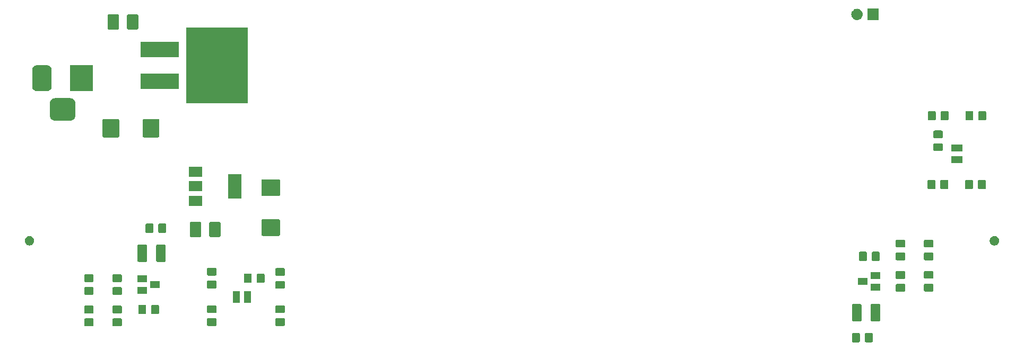
<source format=gbr>
G04 #@! TF.GenerationSoftware,KiCad,Pcbnew,(5.1.4)-1*
G04 #@! TF.CreationDate,2020-04-08T10:51:14+02:00*
G04 #@! TF.ProjectId,PCB_Theremin,5043425f-5468-4657-9265-6d696e2e6b69,rev?*
G04 #@! TF.SameCoordinates,Original*
G04 #@! TF.FileFunction,Soldermask,Top*
G04 #@! TF.FilePolarity,Negative*
%FSLAX46Y46*%
G04 Gerber Fmt 4.6, Leading zero omitted, Abs format (unit mm)*
G04 Created by KiCad (PCBNEW (5.1.4)-1) date 2020-04-08 10:51:14*
%MOMM*%
%LPD*%
G04 APERTURE LIST*
%ADD10C,0.100000*%
G04 APERTURE END LIST*
D10*
G36*
X190413674Y-114753465D02*
G01*
X190451367Y-114764899D01*
X190486103Y-114783466D01*
X190516548Y-114808452D01*
X190541534Y-114838897D01*
X190560101Y-114873633D01*
X190571535Y-114911326D01*
X190576000Y-114956661D01*
X190576000Y-116043339D01*
X190571535Y-116088674D01*
X190560101Y-116126367D01*
X190541534Y-116161103D01*
X190516548Y-116191548D01*
X190486103Y-116216534D01*
X190451367Y-116235101D01*
X190413674Y-116246535D01*
X190368339Y-116251000D01*
X189531661Y-116251000D01*
X189486326Y-116246535D01*
X189448633Y-116235101D01*
X189413897Y-116216534D01*
X189383452Y-116191548D01*
X189358466Y-116161103D01*
X189339899Y-116126367D01*
X189328465Y-116088674D01*
X189324000Y-116043339D01*
X189324000Y-114956661D01*
X189328465Y-114911326D01*
X189339899Y-114873633D01*
X189358466Y-114838897D01*
X189383452Y-114808452D01*
X189413897Y-114783466D01*
X189448633Y-114764899D01*
X189486326Y-114753465D01*
X189531661Y-114749000D01*
X190368339Y-114749000D01*
X190413674Y-114753465D01*
X190413674Y-114753465D01*
G37*
G36*
X188363674Y-114753465D02*
G01*
X188401367Y-114764899D01*
X188436103Y-114783466D01*
X188466548Y-114808452D01*
X188491534Y-114838897D01*
X188510101Y-114873633D01*
X188521535Y-114911326D01*
X188526000Y-114956661D01*
X188526000Y-116043339D01*
X188521535Y-116088674D01*
X188510101Y-116126367D01*
X188491534Y-116161103D01*
X188466548Y-116191548D01*
X188436103Y-116216534D01*
X188401367Y-116235101D01*
X188363674Y-116246535D01*
X188318339Y-116251000D01*
X187481661Y-116251000D01*
X187436326Y-116246535D01*
X187398633Y-116235101D01*
X187363897Y-116216534D01*
X187333452Y-116191548D01*
X187308466Y-116161103D01*
X187289899Y-116126367D01*
X187278465Y-116088674D01*
X187274000Y-116043339D01*
X187274000Y-114956661D01*
X187278465Y-114911326D01*
X187289899Y-114873633D01*
X187308466Y-114838897D01*
X187333452Y-114808452D01*
X187363897Y-114783466D01*
X187398633Y-114764899D01*
X187436326Y-114753465D01*
X187481661Y-114749000D01*
X188318339Y-114749000D01*
X188363674Y-114753465D01*
X188363674Y-114753465D01*
G37*
G36*
X66088674Y-112428465D02*
G01*
X66126367Y-112439899D01*
X66161103Y-112458466D01*
X66191548Y-112483452D01*
X66216534Y-112513897D01*
X66235101Y-112548633D01*
X66246535Y-112586326D01*
X66251000Y-112631661D01*
X66251000Y-113468339D01*
X66246535Y-113513674D01*
X66235101Y-113551367D01*
X66216534Y-113586103D01*
X66191548Y-113616548D01*
X66161103Y-113641534D01*
X66126367Y-113660101D01*
X66088674Y-113671535D01*
X66043339Y-113676000D01*
X64956661Y-113676000D01*
X64911326Y-113671535D01*
X64873633Y-113660101D01*
X64838897Y-113641534D01*
X64808452Y-113616548D01*
X64783466Y-113586103D01*
X64764899Y-113551367D01*
X64753465Y-113513674D01*
X64749000Y-113468339D01*
X64749000Y-112631661D01*
X64753465Y-112586326D01*
X64764899Y-112548633D01*
X64783466Y-112513897D01*
X64808452Y-112483452D01*
X64838897Y-112458466D01*
X64873633Y-112439899D01*
X64911326Y-112428465D01*
X64956661Y-112424000D01*
X66043339Y-112424000D01*
X66088674Y-112428465D01*
X66088674Y-112428465D01*
G37*
G36*
X70588674Y-112428465D02*
G01*
X70626367Y-112439899D01*
X70661103Y-112458466D01*
X70691548Y-112483452D01*
X70716534Y-112513897D01*
X70735101Y-112548633D01*
X70746535Y-112586326D01*
X70751000Y-112631661D01*
X70751000Y-113468339D01*
X70746535Y-113513674D01*
X70735101Y-113551367D01*
X70716534Y-113586103D01*
X70691548Y-113616548D01*
X70661103Y-113641534D01*
X70626367Y-113660101D01*
X70588674Y-113671535D01*
X70543339Y-113676000D01*
X69456661Y-113676000D01*
X69411326Y-113671535D01*
X69373633Y-113660101D01*
X69338897Y-113641534D01*
X69308452Y-113616548D01*
X69283466Y-113586103D01*
X69264899Y-113551367D01*
X69253465Y-113513674D01*
X69249000Y-113468339D01*
X69249000Y-112631661D01*
X69253465Y-112586326D01*
X69264899Y-112548633D01*
X69283466Y-112513897D01*
X69308452Y-112483452D01*
X69338897Y-112458466D01*
X69373633Y-112439899D01*
X69411326Y-112428465D01*
X69456661Y-112424000D01*
X70543339Y-112424000D01*
X70588674Y-112428465D01*
X70588674Y-112428465D01*
G37*
G36*
X85689148Y-112378454D02*
G01*
X85726728Y-112389854D01*
X85761364Y-112408367D01*
X85791720Y-112433280D01*
X85816633Y-112463636D01*
X85835146Y-112498272D01*
X85846546Y-112535852D01*
X85851000Y-112581075D01*
X85851000Y-113418925D01*
X85846546Y-113464148D01*
X85835146Y-113501728D01*
X85816633Y-113536364D01*
X85791720Y-113566720D01*
X85761364Y-113591633D01*
X85726728Y-113610146D01*
X85689148Y-113621546D01*
X85643925Y-113626000D01*
X84556075Y-113626000D01*
X84510852Y-113621546D01*
X84473272Y-113610146D01*
X84438636Y-113591633D01*
X84408280Y-113566720D01*
X84383367Y-113536364D01*
X84364854Y-113501728D01*
X84353454Y-113464148D01*
X84349000Y-113418925D01*
X84349000Y-112581075D01*
X84353454Y-112535852D01*
X84364854Y-112498272D01*
X84383367Y-112463636D01*
X84408280Y-112433280D01*
X84438636Y-112408367D01*
X84473272Y-112389854D01*
X84510852Y-112378454D01*
X84556075Y-112374000D01*
X85643925Y-112374000D01*
X85689148Y-112378454D01*
X85689148Y-112378454D01*
G37*
G36*
X96588674Y-112378465D02*
G01*
X96626367Y-112389899D01*
X96661103Y-112408466D01*
X96691548Y-112433452D01*
X96716534Y-112463897D01*
X96735101Y-112498633D01*
X96746535Y-112536326D01*
X96751000Y-112581661D01*
X96751000Y-113418339D01*
X96746535Y-113463674D01*
X96735101Y-113501367D01*
X96716534Y-113536103D01*
X96691548Y-113566548D01*
X96661103Y-113591534D01*
X96626367Y-113610101D01*
X96588674Y-113621535D01*
X96543339Y-113626000D01*
X95456661Y-113626000D01*
X95411326Y-113621535D01*
X95373633Y-113610101D01*
X95338897Y-113591534D01*
X95308452Y-113566548D01*
X95283466Y-113536103D01*
X95264899Y-113501367D01*
X95253465Y-113463674D01*
X95249000Y-113418339D01*
X95249000Y-112581661D01*
X95253465Y-112536326D01*
X95264899Y-112498633D01*
X95283466Y-112463897D01*
X95308452Y-112433452D01*
X95338897Y-112408466D01*
X95373633Y-112389899D01*
X95411326Y-112378465D01*
X95456661Y-112374000D01*
X96543339Y-112374000D01*
X96588674Y-112378465D01*
X96588674Y-112378465D01*
G37*
G36*
X188638062Y-110128181D02*
G01*
X188672981Y-110138774D01*
X188705163Y-110155976D01*
X188733373Y-110179127D01*
X188756524Y-110207337D01*
X188773726Y-110239519D01*
X188784319Y-110274438D01*
X188788500Y-110316895D01*
X188788500Y-112683105D01*
X188784319Y-112725562D01*
X188773726Y-112760481D01*
X188756524Y-112792663D01*
X188733373Y-112820873D01*
X188705163Y-112844024D01*
X188672981Y-112861226D01*
X188638062Y-112871819D01*
X188595605Y-112876000D01*
X187454395Y-112876000D01*
X187411938Y-112871819D01*
X187377019Y-112861226D01*
X187344837Y-112844024D01*
X187316627Y-112820873D01*
X187293476Y-112792663D01*
X187276274Y-112760481D01*
X187265681Y-112725562D01*
X187261500Y-112683105D01*
X187261500Y-110316895D01*
X187265681Y-110274438D01*
X187276274Y-110239519D01*
X187293476Y-110207337D01*
X187316627Y-110179127D01*
X187344837Y-110155976D01*
X187377019Y-110138774D01*
X187411938Y-110128181D01*
X187454395Y-110124000D01*
X188595605Y-110124000D01*
X188638062Y-110128181D01*
X188638062Y-110128181D01*
G37*
G36*
X191613062Y-110128181D02*
G01*
X191647981Y-110138774D01*
X191680163Y-110155976D01*
X191708373Y-110179127D01*
X191731524Y-110207337D01*
X191748726Y-110239519D01*
X191759319Y-110274438D01*
X191763500Y-110316895D01*
X191763500Y-112683105D01*
X191759319Y-112725562D01*
X191748726Y-112760481D01*
X191731524Y-112792663D01*
X191708373Y-112820873D01*
X191680163Y-112844024D01*
X191647981Y-112861226D01*
X191613062Y-112871819D01*
X191570605Y-112876000D01*
X190429395Y-112876000D01*
X190386938Y-112871819D01*
X190352019Y-112861226D01*
X190319837Y-112844024D01*
X190291627Y-112820873D01*
X190268476Y-112792663D01*
X190251274Y-112760481D01*
X190240681Y-112725562D01*
X190236500Y-112683105D01*
X190236500Y-110316895D01*
X190240681Y-110274438D01*
X190251274Y-110239519D01*
X190268476Y-110207337D01*
X190291627Y-110179127D01*
X190319837Y-110155976D01*
X190352019Y-110138774D01*
X190386938Y-110128181D01*
X190429395Y-110124000D01*
X191570605Y-110124000D01*
X191613062Y-110128181D01*
X191613062Y-110128181D01*
G37*
G36*
X76513674Y-110253465D02*
G01*
X76551367Y-110264899D01*
X76586103Y-110283466D01*
X76616548Y-110308452D01*
X76641534Y-110338897D01*
X76660101Y-110373633D01*
X76671535Y-110411326D01*
X76676000Y-110456661D01*
X76676000Y-111543339D01*
X76671535Y-111588674D01*
X76660101Y-111626367D01*
X76641534Y-111661103D01*
X76616548Y-111691548D01*
X76586103Y-111716534D01*
X76551367Y-111735101D01*
X76513674Y-111746535D01*
X76468339Y-111751000D01*
X75631661Y-111751000D01*
X75586326Y-111746535D01*
X75548633Y-111735101D01*
X75513897Y-111716534D01*
X75483452Y-111691548D01*
X75458466Y-111661103D01*
X75439899Y-111626367D01*
X75428465Y-111588674D01*
X75424000Y-111543339D01*
X75424000Y-110456661D01*
X75428465Y-110411326D01*
X75439899Y-110373633D01*
X75458466Y-110338897D01*
X75483452Y-110308452D01*
X75513897Y-110283466D01*
X75548633Y-110264899D01*
X75586326Y-110253465D01*
X75631661Y-110249000D01*
X76468339Y-110249000D01*
X76513674Y-110253465D01*
X76513674Y-110253465D01*
G37*
G36*
X74463674Y-110253465D02*
G01*
X74501367Y-110264899D01*
X74536103Y-110283466D01*
X74566548Y-110308452D01*
X74591534Y-110338897D01*
X74610101Y-110373633D01*
X74621535Y-110411326D01*
X74626000Y-110456661D01*
X74626000Y-111543339D01*
X74621535Y-111588674D01*
X74610101Y-111626367D01*
X74591534Y-111661103D01*
X74566548Y-111691548D01*
X74536103Y-111716534D01*
X74501367Y-111735101D01*
X74463674Y-111746535D01*
X74418339Y-111751000D01*
X73581661Y-111751000D01*
X73536326Y-111746535D01*
X73498633Y-111735101D01*
X73463897Y-111716534D01*
X73433452Y-111691548D01*
X73408466Y-111661103D01*
X73389899Y-111626367D01*
X73378465Y-111588674D01*
X73374000Y-111543339D01*
X73374000Y-110456661D01*
X73378465Y-110411326D01*
X73389899Y-110373633D01*
X73408466Y-110338897D01*
X73433452Y-110308452D01*
X73463897Y-110283466D01*
X73498633Y-110264899D01*
X73536326Y-110253465D01*
X73581661Y-110249000D01*
X74418339Y-110249000D01*
X74463674Y-110253465D01*
X74463674Y-110253465D01*
G37*
G36*
X66088674Y-110378465D02*
G01*
X66126367Y-110389899D01*
X66161103Y-110408466D01*
X66191548Y-110433452D01*
X66216534Y-110463897D01*
X66235101Y-110498633D01*
X66246535Y-110536326D01*
X66251000Y-110581661D01*
X66251000Y-111418339D01*
X66246535Y-111463674D01*
X66235101Y-111501367D01*
X66216534Y-111536103D01*
X66191548Y-111566548D01*
X66161103Y-111591534D01*
X66126367Y-111610101D01*
X66088674Y-111621535D01*
X66043339Y-111626000D01*
X64956661Y-111626000D01*
X64911326Y-111621535D01*
X64873633Y-111610101D01*
X64838897Y-111591534D01*
X64808452Y-111566548D01*
X64783466Y-111536103D01*
X64764899Y-111501367D01*
X64753465Y-111463674D01*
X64749000Y-111418339D01*
X64749000Y-110581661D01*
X64753465Y-110536326D01*
X64764899Y-110498633D01*
X64783466Y-110463897D01*
X64808452Y-110433452D01*
X64838897Y-110408466D01*
X64873633Y-110389899D01*
X64911326Y-110378465D01*
X64956661Y-110374000D01*
X66043339Y-110374000D01*
X66088674Y-110378465D01*
X66088674Y-110378465D01*
G37*
G36*
X70588674Y-110378465D02*
G01*
X70626367Y-110389899D01*
X70661103Y-110408466D01*
X70691548Y-110433452D01*
X70716534Y-110463897D01*
X70735101Y-110498633D01*
X70746535Y-110536326D01*
X70751000Y-110581661D01*
X70751000Y-111418339D01*
X70746535Y-111463674D01*
X70735101Y-111501367D01*
X70716534Y-111536103D01*
X70691548Y-111566548D01*
X70661103Y-111591534D01*
X70626367Y-111610101D01*
X70588674Y-111621535D01*
X70543339Y-111626000D01*
X69456661Y-111626000D01*
X69411326Y-111621535D01*
X69373633Y-111610101D01*
X69338897Y-111591534D01*
X69308452Y-111566548D01*
X69283466Y-111536103D01*
X69264899Y-111501367D01*
X69253465Y-111463674D01*
X69249000Y-111418339D01*
X69249000Y-110581661D01*
X69253465Y-110536326D01*
X69264899Y-110498633D01*
X69283466Y-110463897D01*
X69308452Y-110433452D01*
X69338897Y-110408466D01*
X69373633Y-110389899D01*
X69411326Y-110378465D01*
X69456661Y-110374000D01*
X70543339Y-110374000D01*
X70588674Y-110378465D01*
X70588674Y-110378465D01*
G37*
G36*
X85688674Y-110328465D02*
G01*
X85726367Y-110339899D01*
X85761103Y-110358466D01*
X85791548Y-110383452D01*
X85816534Y-110413897D01*
X85835101Y-110448633D01*
X85846535Y-110486326D01*
X85851000Y-110531661D01*
X85851000Y-111368339D01*
X85846535Y-111413674D01*
X85835101Y-111451367D01*
X85816534Y-111486103D01*
X85791548Y-111516548D01*
X85761103Y-111541534D01*
X85726367Y-111560101D01*
X85688674Y-111571535D01*
X85643339Y-111576000D01*
X84556661Y-111576000D01*
X84511326Y-111571535D01*
X84473633Y-111560101D01*
X84438897Y-111541534D01*
X84408452Y-111516548D01*
X84383466Y-111486103D01*
X84364899Y-111451367D01*
X84353465Y-111413674D01*
X84349000Y-111368339D01*
X84349000Y-110531661D01*
X84353465Y-110486326D01*
X84364899Y-110448633D01*
X84383466Y-110413897D01*
X84408452Y-110383452D01*
X84438897Y-110358466D01*
X84473633Y-110339899D01*
X84511326Y-110328465D01*
X84556661Y-110324000D01*
X85643339Y-110324000D01*
X85688674Y-110328465D01*
X85688674Y-110328465D01*
G37*
G36*
X96588674Y-110328465D02*
G01*
X96626367Y-110339899D01*
X96661103Y-110358466D01*
X96691548Y-110383452D01*
X96716534Y-110413897D01*
X96735101Y-110448633D01*
X96746535Y-110486326D01*
X96751000Y-110531661D01*
X96751000Y-111368339D01*
X96746535Y-111413674D01*
X96735101Y-111451367D01*
X96716534Y-111486103D01*
X96691548Y-111516548D01*
X96661103Y-111541534D01*
X96626367Y-111560101D01*
X96588674Y-111571535D01*
X96543339Y-111576000D01*
X95456661Y-111576000D01*
X95411326Y-111571535D01*
X95373633Y-111560101D01*
X95338897Y-111541534D01*
X95308452Y-111516548D01*
X95283466Y-111486103D01*
X95264899Y-111451367D01*
X95253465Y-111413674D01*
X95249000Y-111368339D01*
X95249000Y-110531661D01*
X95253465Y-110486326D01*
X95264899Y-110448633D01*
X95283466Y-110413897D01*
X95308452Y-110383452D01*
X95338897Y-110358466D01*
X95373633Y-110339899D01*
X95411326Y-110328465D01*
X95456661Y-110324000D01*
X96543339Y-110324000D01*
X96588674Y-110328465D01*
X96588674Y-110328465D01*
G37*
G36*
X91351000Y-109926000D02*
G01*
X90249000Y-109926000D01*
X90249000Y-108074000D01*
X91351000Y-108074000D01*
X91351000Y-109926000D01*
X91351000Y-109926000D01*
G37*
G36*
X89551000Y-109926000D02*
G01*
X88449000Y-109926000D01*
X88449000Y-108074000D01*
X89551000Y-108074000D01*
X89551000Y-109926000D01*
X89551000Y-109926000D01*
G37*
G36*
X70588674Y-107428465D02*
G01*
X70626367Y-107439899D01*
X70661103Y-107458466D01*
X70691548Y-107483452D01*
X70716534Y-107513897D01*
X70735101Y-107548633D01*
X70746535Y-107586326D01*
X70751000Y-107631661D01*
X70751000Y-108468339D01*
X70746535Y-108513674D01*
X70735101Y-108551367D01*
X70716534Y-108586103D01*
X70691548Y-108616548D01*
X70661103Y-108641534D01*
X70626367Y-108660101D01*
X70588674Y-108671535D01*
X70543339Y-108676000D01*
X69456661Y-108676000D01*
X69411326Y-108671535D01*
X69373633Y-108660101D01*
X69338897Y-108641534D01*
X69308452Y-108616548D01*
X69283466Y-108586103D01*
X69264899Y-108551367D01*
X69253465Y-108513674D01*
X69249000Y-108468339D01*
X69249000Y-107631661D01*
X69253465Y-107586326D01*
X69264899Y-107548633D01*
X69283466Y-107513897D01*
X69308452Y-107483452D01*
X69338897Y-107458466D01*
X69373633Y-107439899D01*
X69411326Y-107428465D01*
X69456661Y-107424000D01*
X70543339Y-107424000D01*
X70588674Y-107428465D01*
X70588674Y-107428465D01*
G37*
G36*
X66088674Y-107403465D02*
G01*
X66126367Y-107414899D01*
X66161103Y-107433466D01*
X66191548Y-107458452D01*
X66216534Y-107488897D01*
X66235101Y-107523633D01*
X66246535Y-107561326D01*
X66251000Y-107606661D01*
X66251000Y-108443339D01*
X66246535Y-108488674D01*
X66235101Y-108526367D01*
X66216534Y-108561103D01*
X66191548Y-108591548D01*
X66161103Y-108616534D01*
X66126367Y-108635101D01*
X66088674Y-108646535D01*
X66043339Y-108651000D01*
X64956661Y-108651000D01*
X64911326Y-108646535D01*
X64873633Y-108635101D01*
X64838897Y-108616534D01*
X64808452Y-108591548D01*
X64783466Y-108561103D01*
X64764899Y-108526367D01*
X64753465Y-108488674D01*
X64749000Y-108443339D01*
X64749000Y-107606661D01*
X64753465Y-107561326D01*
X64764899Y-107523633D01*
X64783466Y-107488897D01*
X64808452Y-107458452D01*
X64838897Y-107433466D01*
X64873633Y-107414899D01*
X64911326Y-107403465D01*
X64956661Y-107399000D01*
X66043339Y-107399000D01*
X66088674Y-107403465D01*
X66088674Y-107403465D01*
G37*
G36*
X74751000Y-108501000D02*
G01*
X73249000Y-108501000D01*
X73249000Y-107399000D01*
X74751000Y-107399000D01*
X74751000Y-108501000D01*
X74751000Y-108501000D01*
G37*
G36*
X195588674Y-106903465D02*
G01*
X195626367Y-106914899D01*
X195661103Y-106933466D01*
X195691548Y-106958452D01*
X195716534Y-106988897D01*
X195735101Y-107023633D01*
X195746535Y-107061326D01*
X195751000Y-107106661D01*
X195751000Y-107943339D01*
X195746535Y-107988674D01*
X195735101Y-108026367D01*
X195716534Y-108061103D01*
X195691548Y-108091548D01*
X195661103Y-108116534D01*
X195626367Y-108135101D01*
X195588674Y-108146535D01*
X195543339Y-108151000D01*
X194456661Y-108151000D01*
X194411326Y-108146535D01*
X194373633Y-108135101D01*
X194338897Y-108116534D01*
X194308452Y-108091548D01*
X194283466Y-108061103D01*
X194264899Y-108026367D01*
X194253465Y-107988674D01*
X194249000Y-107943339D01*
X194249000Y-107106661D01*
X194253465Y-107061326D01*
X194264899Y-107023633D01*
X194283466Y-106988897D01*
X194308452Y-106958452D01*
X194338897Y-106933466D01*
X194373633Y-106914899D01*
X194411326Y-106903465D01*
X194456661Y-106899000D01*
X195543339Y-106899000D01*
X195588674Y-106903465D01*
X195588674Y-106903465D01*
G37*
G36*
X200088674Y-106878465D02*
G01*
X200126367Y-106889899D01*
X200161103Y-106908466D01*
X200191548Y-106933452D01*
X200216534Y-106963897D01*
X200235101Y-106998633D01*
X200246535Y-107036326D01*
X200251000Y-107081661D01*
X200251000Y-107918339D01*
X200246535Y-107963674D01*
X200235101Y-108001367D01*
X200216534Y-108036103D01*
X200191548Y-108066548D01*
X200161103Y-108091534D01*
X200126367Y-108110101D01*
X200088674Y-108121535D01*
X200043339Y-108126000D01*
X198956661Y-108126000D01*
X198911326Y-108121535D01*
X198873633Y-108110101D01*
X198838897Y-108091534D01*
X198808452Y-108066548D01*
X198783466Y-108036103D01*
X198764899Y-108001367D01*
X198753465Y-107963674D01*
X198749000Y-107918339D01*
X198749000Y-107081661D01*
X198753465Y-107036326D01*
X198764899Y-106998633D01*
X198783466Y-106963897D01*
X198808452Y-106933452D01*
X198838897Y-106908466D01*
X198873633Y-106889899D01*
X198911326Y-106878465D01*
X198956661Y-106874000D01*
X200043339Y-106874000D01*
X200088674Y-106878465D01*
X200088674Y-106878465D01*
G37*
G36*
X191751000Y-108001000D02*
G01*
X190249000Y-108001000D01*
X190249000Y-106899000D01*
X191751000Y-106899000D01*
X191751000Y-108001000D01*
X191751000Y-108001000D01*
G37*
G36*
X96588674Y-106428465D02*
G01*
X96626367Y-106439899D01*
X96661103Y-106458466D01*
X96691548Y-106483452D01*
X96716534Y-106513897D01*
X96735101Y-106548633D01*
X96746535Y-106586326D01*
X96751000Y-106631661D01*
X96751000Y-107468339D01*
X96746535Y-107513674D01*
X96735101Y-107551367D01*
X96716534Y-107586103D01*
X96691548Y-107616548D01*
X96661103Y-107641534D01*
X96626367Y-107660101D01*
X96588674Y-107671535D01*
X96543339Y-107676000D01*
X95456661Y-107676000D01*
X95411326Y-107671535D01*
X95373633Y-107660101D01*
X95338897Y-107641534D01*
X95308452Y-107616548D01*
X95283466Y-107586103D01*
X95264899Y-107551367D01*
X95253465Y-107513674D01*
X95249000Y-107468339D01*
X95249000Y-106631661D01*
X95253465Y-106586326D01*
X95264899Y-106548633D01*
X95283466Y-106513897D01*
X95308452Y-106483452D01*
X95338897Y-106458466D01*
X95373633Y-106439899D01*
X95411326Y-106428465D01*
X95456661Y-106424000D01*
X96543339Y-106424000D01*
X96588674Y-106428465D01*
X96588674Y-106428465D01*
G37*
G36*
X85688674Y-106378465D02*
G01*
X85726367Y-106389899D01*
X85761103Y-106408466D01*
X85791548Y-106433452D01*
X85816534Y-106463897D01*
X85835101Y-106498633D01*
X85846535Y-106536326D01*
X85851000Y-106581661D01*
X85851000Y-107418339D01*
X85846535Y-107463674D01*
X85835101Y-107501367D01*
X85816534Y-107536103D01*
X85791548Y-107566548D01*
X85761103Y-107591534D01*
X85726367Y-107610101D01*
X85688674Y-107621535D01*
X85643339Y-107626000D01*
X84556661Y-107626000D01*
X84511326Y-107621535D01*
X84473633Y-107610101D01*
X84438897Y-107591534D01*
X84408452Y-107566548D01*
X84383466Y-107536103D01*
X84364899Y-107501367D01*
X84353465Y-107463674D01*
X84349000Y-107418339D01*
X84349000Y-106581661D01*
X84353465Y-106536326D01*
X84364899Y-106498633D01*
X84383466Y-106463897D01*
X84408452Y-106433452D01*
X84438897Y-106408466D01*
X84473633Y-106389899D01*
X84511326Y-106378465D01*
X84556661Y-106374000D01*
X85643339Y-106374000D01*
X85688674Y-106378465D01*
X85688674Y-106378465D01*
G37*
G36*
X76751000Y-107551000D02*
G01*
X75249000Y-107551000D01*
X75249000Y-106449000D01*
X76751000Y-106449000D01*
X76751000Y-107551000D01*
X76751000Y-107551000D01*
G37*
G36*
X189751000Y-107051000D02*
G01*
X188249000Y-107051000D01*
X188249000Y-105949000D01*
X189751000Y-105949000D01*
X189751000Y-107051000D01*
X189751000Y-107051000D01*
G37*
G36*
X93363674Y-105253465D02*
G01*
X93401367Y-105264899D01*
X93436103Y-105283466D01*
X93466548Y-105308452D01*
X93491534Y-105338897D01*
X93510101Y-105373633D01*
X93521535Y-105411326D01*
X93526000Y-105456661D01*
X93526000Y-106543339D01*
X93521535Y-106588674D01*
X93510101Y-106626367D01*
X93491534Y-106661103D01*
X93466548Y-106691548D01*
X93436103Y-106716534D01*
X93401367Y-106735101D01*
X93363674Y-106746535D01*
X93318339Y-106751000D01*
X92481661Y-106751000D01*
X92436326Y-106746535D01*
X92398633Y-106735101D01*
X92363897Y-106716534D01*
X92333452Y-106691548D01*
X92308466Y-106661103D01*
X92289899Y-106626367D01*
X92278465Y-106588674D01*
X92274000Y-106543339D01*
X92274000Y-105456661D01*
X92278465Y-105411326D01*
X92289899Y-105373633D01*
X92308466Y-105338897D01*
X92333452Y-105308452D01*
X92363897Y-105283466D01*
X92398633Y-105264899D01*
X92436326Y-105253465D01*
X92481661Y-105249000D01*
X93318339Y-105249000D01*
X93363674Y-105253465D01*
X93363674Y-105253465D01*
G37*
G36*
X91313674Y-105253465D02*
G01*
X91351367Y-105264899D01*
X91386103Y-105283466D01*
X91416548Y-105308452D01*
X91441534Y-105338897D01*
X91460101Y-105373633D01*
X91471535Y-105411326D01*
X91476000Y-105456661D01*
X91476000Y-106543339D01*
X91471535Y-106588674D01*
X91460101Y-106626367D01*
X91441534Y-106661103D01*
X91416548Y-106691548D01*
X91386103Y-106716534D01*
X91351367Y-106735101D01*
X91313674Y-106746535D01*
X91268339Y-106751000D01*
X90431661Y-106751000D01*
X90386326Y-106746535D01*
X90348633Y-106735101D01*
X90313897Y-106716534D01*
X90283452Y-106691548D01*
X90258466Y-106661103D01*
X90239899Y-106626367D01*
X90228465Y-106588674D01*
X90224000Y-106543339D01*
X90224000Y-105456661D01*
X90228465Y-105411326D01*
X90239899Y-105373633D01*
X90258466Y-105338897D01*
X90283452Y-105308452D01*
X90313897Y-105283466D01*
X90348633Y-105264899D01*
X90386326Y-105253465D01*
X90431661Y-105249000D01*
X91268339Y-105249000D01*
X91313674Y-105253465D01*
X91313674Y-105253465D01*
G37*
G36*
X70588674Y-105378465D02*
G01*
X70626367Y-105389899D01*
X70661103Y-105408466D01*
X70691548Y-105433452D01*
X70716534Y-105463897D01*
X70735101Y-105498633D01*
X70746535Y-105536326D01*
X70751000Y-105581661D01*
X70751000Y-106418339D01*
X70746535Y-106463674D01*
X70735101Y-106501367D01*
X70716534Y-106536103D01*
X70691548Y-106566548D01*
X70661103Y-106591534D01*
X70626367Y-106610101D01*
X70588674Y-106621535D01*
X70543339Y-106626000D01*
X69456661Y-106626000D01*
X69411326Y-106621535D01*
X69373633Y-106610101D01*
X69338897Y-106591534D01*
X69308452Y-106566548D01*
X69283466Y-106536103D01*
X69264899Y-106501367D01*
X69253465Y-106463674D01*
X69249000Y-106418339D01*
X69249000Y-105581661D01*
X69253465Y-105536326D01*
X69264899Y-105498633D01*
X69283466Y-105463897D01*
X69308452Y-105433452D01*
X69338897Y-105408466D01*
X69373633Y-105389899D01*
X69411326Y-105378465D01*
X69456661Y-105374000D01*
X70543339Y-105374000D01*
X70588674Y-105378465D01*
X70588674Y-105378465D01*
G37*
G36*
X74751000Y-106601000D02*
G01*
X73249000Y-106601000D01*
X73249000Y-105499000D01*
X74751000Y-105499000D01*
X74751000Y-106601000D01*
X74751000Y-106601000D01*
G37*
G36*
X66088674Y-105353465D02*
G01*
X66126367Y-105364899D01*
X66161103Y-105383466D01*
X66191548Y-105408452D01*
X66216534Y-105438897D01*
X66235101Y-105473633D01*
X66246535Y-105511326D01*
X66251000Y-105556661D01*
X66251000Y-106393339D01*
X66246535Y-106438674D01*
X66235101Y-106476367D01*
X66216534Y-106511103D01*
X66191548Y-106541548D01*
X66161103Y-106566534D01*
X66126367Y-106585101D01*
X66088674Y-106596535D01*
X66043339Y-106601000D01*
X64956661Y-106601000D01*
X64911326Y-106596535D01*
X64873633Y-106585101D01*
X64838897Y-106566534D01*
X64808452Y-106541548D01*
X64783466Y-106511103D01*
X64764899Y-106476367D01*
X64753465Y-106438674D01*
X64749000Y-106393339D01*
X64749000Y-105556661D01*
X64753465Y-105511326D01*
X64764899Y-105473633D01*
X64783466Y-105438897D01*
X64808452Y-105408452D01*
X64838897Y-105383466D01*
X64873633Y-105364899D01*
X64911326Y-105353465D01*
X64956661Y-105349000D01*
X66043339Y-105349000D01*
X66088674Y-105353465D01*
X66088674Y-105353465D01*
G37*
G36*
X195588674Y-104853465D02*
G01*
X195626367Y-104864899D01*
X195661103Y-104883466D01*
X195691548Y-104908452D01*
X195716534Y-104938897D01*
X195735101Y-104973633D01*
X195746535Y-105011326D01*
X195751000Y-105056661D01*
X195751000Y-105893339D01*
X195746535Y-105938674D01*
X195735101Y-105976367D01*
X195716534Y-106011103D01*
X195691548Y-106041548D01*
X195661103Y-106066534D01*
X195626367Y-106085101D01*
X195588674Y-106096535D01*
X195543339Y-106101000D01*
X194456661Y-106101000D01*
X194411326Y-106096535D01*
X194373633Y-106085101D01*
X194338897Y-106066534D01*
X194308452Y-106041548D01*
X194283466Y-106011103D01*
X194264899Y-105976367D01*
X194253465Y-105938674D01*
X194249000Y-105893339D01*
X194249000Y-105056661D01*
X194253465Y-105011326D01*
X194264899Y-104973633D01*
X194283466Y-104938897D01*
X194308452Y-104908452D01*
X194338897Y-104883466D01*
X194373633Y-104864899D01*
X194411326Y-104853465D01*
X194456661Y-104849000D01*
X195543339Y-104849000D01*
X195588674Y-104853465D01*
X195588674Y-104853465D01*
G37*
G36*
X191751000Y-106101000D02*
G01*
X190249000Y-106101000D01*
X190249000Y-104999000D01*
X191751000Y-104999000D01*
X191751000Y-106101000D01*
X191751000Y-106101000D01*
G37*
G36*
X200088674Y-104828465D02*
G01*
X200126367Y-104839899D01*
X200161103Y-104858466D01*
X200191548Y-104883452D01*
X200216534Y-104913897D01*
X200235101Y-104948633D01*
X200246535Y-104986326D01*
X200251000Y-105031661D01*
X200251000Y-105868339D01*
X200246535Y-105913674D01*
X200235101Y-105951367D01*
X200216534Y-105986103D01*
X200191548Y-106016548D01*
X200161103Y-106041534D01*
X200126367Y-106060101D01*
X200088674Y-106071535D01*
X200043339Y-106076000D01*
X198956661Y-106076000D01*
X198911326Y-106071535D01*
X198873633Y-106060101D01*
X198838897Y-106041534D01*
X198808452Y-106016548D01*
X198783466Y-105986103D01*
X198764899Y-105951367D01*
X198753465Y-105913674D01*
X198749000Y-105868339D01*
X198749000Y-105031661D01*
X198753465Y-104986326D01*
X198764899Y-104948633D01*
X198783466Y-104913897D01*
X198808452Y-104883452D01*
X198838897Y-104858466D01*
X198873633Y-104839899D01*
X198911326Y-104828465D01*
X198956661Y-104824000D01*
X200043339Y-104824000D01*
X200088674Y-104828465D01*
X200088674Y-104828465D01*
G37*
G36*
X96588674Y-104378465D02*
G01*
X96626367Y-104389899D01*
X96661103Y-104408466D01*
X96691548Y-104433452D01*
X96716534Y-104463897D01*
X96735101Y-104498633D01*
X96746535Y-104536326D01*
X96751000Y-104581661D01*
X96751000Y-105418339D01*
X96746535Y-105463674D01*
X96735101Y-105501367D01*
X96716534Y-105536103D01*
X96691548Y-105566548D01*
X96661103Y-105591534D01*
X96626367Y-105610101D01*
X96588674Y-105621535D01*
X96543339Y-105626000D01*
X95456661Y-105626000D01*
X95411326Y-105621535D01*
X95373633Y-105610101D01*
X95338897Y-105591534D01*
X95308452Y-105566548D01*
X95283466Y-105536103D01*
X95264899Y-105501367D01*
X95253465Y-105463674D01*
X95249000Y-105418339D01*
X95249000Y-104581661D01*
X95253465Y-104536326D01*
X95264899Y-104498633D01*
X95283466Y-104463897D01*
X95308452Y-104433452D01*
X95338897Y-104408466D01*
X95373633Y-104389899D01*
X95411326Y-104378465D01*
X95456661Y-104374000D01*
X96543339Y-104374000D01*
X96588674Y-104378465D01*
X96588674Y-104378465D01*
G37*
G36*
X85688674Y-104328465D02*
G01*
X85726367Y-104339899D01*
X85761103Y-104358466D01*
X85791548Y-104383452D01*
X85816534Y-104413897D01*
X85835101Y-104448633D01*
X85846535Y-104486326D01*
X85851000Y-104531661D01*
X85851000Y-105368339D01*
X85846535Y-105413674D01*
X85835101Y-105451367D01*
X85816534Y-105486103D01*
X85791548Y-105516548D01*
X85761103Y-105541534D01*
X85726367Y-105560101D01*
X85688674Y-105571535D01*
X85643339Y-105576000D01*
X84556661Y-105576000D01*
X84511326Y-105571535D01*
X84473633Y-105560101D01*
X84438897Y-105541534D01*
X84408452Y-105516548D01*
X84383466Y-105486103D01*
X84364899Y-105451367D01*
X84353465Y-105413674D01*
X84349000Y-105368339D01*
X84349000Y-104531661D01*
X84353465Y-104486326D01*
X84364899Y-104448633D01*
X84383466Y-104413897D01*
X84408452Y-104383452D01*
X84438897Y-104358466D01*
X84473633Y-104339899D01*
X84511326Y-104328465D01*
X84556661Y-104324000D01*
X85643339Y-104324000D01*
X85688674Y-104328465D01*
X85688674Y-104328465D01*
G37*
G36*
X77613062Y-100628181D02*
G01*
X77647981Y-100638774D01*
X77680163Y-100655976D01*
X77708373Y-100679127D01*
X77731524Y-100707337D01*
X77748726Y-100739519D01*
X77759319Y-100774438D01*
X77763500Y-100816895D01*
X77763500Y-103183105D01*
X77759319Y-103225562D01*
X77748726Y-103260481D01*
X77731524Y-103292663D01*
X77708373Y-103320873D01*
X77680163Y-103344024D01*
X77647981Y-103361226D01*
X77613062Y-103371819D01*
X77570605Y-103376000D01*
X76429395Y-103376000D01*
X76386938Y-103371819D01*
X76352019Y-103361226D01*
X76319837Y-103344024D01*
X76291627Y-103320873D01*
X76268476Y-103292663D01*
X76251274Y-103260481D01*
X76240681Y-103225562D01*
X76236500Y-103183105D01*
X76236500Y-100816895D01*
X76240681Y-100774438D01*
X76251274Y-100739519D01*
X76268476Y-100707337D01*
X76291627Y-100679127D01*
X76319837Y-100655976D01*
X76352019Y-100638774D01*
X76386938Y-100628181D01*
X76429395Y-100624000D01*
X77570605Y-100624000D01*
X77613062Y-100628181D01*
X77613062Y-100628181D01*
G37*
G36*
X74638062Y-100628181D02*
G01*
X74672981Y-100638774D01*
X74705163Y-100655976D01*
X74733373Y-100679127D01*
X74756524Y-100707337D01*
X74773726Y-100739519D01*
X74784319Y-100774438D01*
X74788500Y-100816895D01*
X74788500Y-103183105D01*
X74784319Y-103225562D01*
X74773726Y-103260481D01*
X74756524Y-103292663D01*
X74733373Y-103320873D01*
X74705163Y-103344024D01*
X74672981Y-103361226D01*
X74638062Y-103371819D01*
X74595605Y-103376000D01*
X73454395Y-103376000D01*
X73411938Y-103371819D01*
X73377019Y-103361226D01*
X73344837Y-103344024D01*
X73316627Y-103320873D01*
X73293476Y-103292663D01*
X73276274Y-103260481D01*
X73265681Y-103225562D01*
X73261500Y-103183105D01*
X73261500Y-100816895D01*
X73265681Y-100774438D01*
X73276274Y-100739519D01*
X73293476Y-100707337D01*
X73316627Y-100679127D01*
X73344837Y-100655976D01*
X73377019Y-100638774D01*
X73411938Y-100628181D01*
X73454395Y-100624000D01*
X74595605Y-100624000D01*
X74638062Y-100628181D01*
X74638062Y-100628181D01*
G37*
G36*
X189463674Y-101753465D02*
G01*
X189501367Y-101764899D01*
X189536103Y-101783466D01*
X189566548Y-101808452D01*
X189591534Y-101838897D01*
X189610101Y-101873633D01*
X189621535Y-101911326D01*
X189626000Y-101956661D01*
X189626000Y-103043339D01*
X189621535Y-103088674D01*
X189610101Y-103126367D01*
X189591534Y-103161103D01*
X189566548Y-103191548D01*
X189536103Y-103216534D01*
X189501367Y-103235101D01*
X189463674Y-103246535D01*
X189418339Y-103251000D01*
X188581661Y-103251000D01*
X188536326Y-103246535D01*
X188498633Y-103235101D01*
X188463897Y-103216534D01*
X188433452Y-103191548D01*
X188408466Y-103161103D01*
X188389899Y-103126367D01*
X188378465Y-103088674D01*
X188374000Y-103043339D01*
X188374000Y-101956661D01*
X188378465Y-101911326D01*
X188389899Y-101873633D01*
X188408466Y-101838897D01*
X188433452Y-101808452D01*
X188463897Y-101783466D01*
X188498633Y-101764899D01*
X188536326Y-101753465D01*
X188581661Y-101749000D01*
X189418339Y-101749000D01*
X189463674Y-101753465D01*
X189463674Y-101753465D01*
G37*
G36*
X191513674Y-101753465D02*
G01*
X191551367Y-101764899D01*
X191586103Y-101783466D01*
X191616548Y-101808452D01*
X191641534Y-101838897D01*
X191660101Y-101873633D01*
X191671535Y-101911326D01*
X191676000Y-101956661D01*
X191676000Y-103043339D01*
X191671535Y-103088674D01*
X191660101Y-103126367D01*
X191641534Y-103161103D01*
X191616548Y-103191548D01*
X191586103Y-103216534D01*
X191551367Y-103235101D01*
X191513674Y-103246535D01*
X191468339Y-103251000D01*
X190631661Y-103251000D01*
X190586326Y-103246535D01*
X190548633Y-103235101D01*
X190513897Y-103216534D01*
X190483452Y-103191548D01*
X190458466Y-103161103D01*
X190439899Y-103126367D01*
X190428465Y-103088674D01*
X190424000Y-103043339D01*
X190424000Y-101956661D01*
X190428465Y-101911326D01*
X190439899Y-101873633D01*
X190458466Y-101838897D01*
X190483452Y-101808452D01*
X190513897Y-101783466D01*
X190548633Y-101764899D01*
X190586326Y-101753465D01*
X190631661Y-101749000D01*
X191468339Y-101749000D01*
X191513674Y-101753465D01*
X191513674Y-101753465D01*
G37*
G36*
X200088674Y-101878465D02*
G01*
X200126367Y-101889899D01*
X200161103Y-101908466D01*
X200191548Y-101933452D01*
X200216534Y-101963897D01*
X200235101Y-101998633D01*
X200246535Y-102036326D01*
X200251000Y-102081661D01*
X200251000Y-102918339D01*
X200246535Y-102963674D01*
X200235101Y-103001367D01*
X200216534Y-103036103D01*
X200191548Y-103066548D01*
X200161103Y-103091534D01*
X200126367Y-103110101D01*
X200088674Y-103121535D01*
X200043339Y-103126000D01*
X198956661Y-103126000D01*
X198911326Y-103121535D01*
X198873633Y-103110101D01*
X198838897Y-103091534D01*
X198808452Y-103066548D01*
X198783466Y-103036103D01*
X198764899Y-103001367D01*
X198753465Y-102963674D01*
X198749000Y-102918339D01*
X198749000Y-102081661D01*
X198753465Y-102036326D01*
X198764899Y-101998633D01*
X198783466Y-101963897D01*
X198808452Y-101933452D01*
X198838897Y-101908466D01*
X198873633Y-101889899D01*
X198911326Y-101878465D01*
X198956661Y-101874000D01*
X200043339Y-101874000D01*
X200088674Y-101878465D01*
X200088674Y-101878465D01*
G37*
G36*
X195588674Y-101878465D02*
G01*
X195626367Y-101889899D01*
X195661103Y-101908466D01*
X195691548Y-101933452D01*
X195716534Y-101963897D01*
X195735101Y-101998633D01*
X195746535Y-102036326D01*
X195751000Y-102081661D01*
X195751000Y-102918339D01*
X195746535Y-102963674D01*
X195735101Y-103001367D01*
X195716534Y-103036103D01*
X195691548Y-103066548D01*
X195661103Y-103091534D01*
X195626367Y-103110101D01*
X195588674Y-103121535D01*
X195543339Y-103126000D01*
X194456661Y-103126000D01*
X194411326Y-103121535D01*
X194373633Y-103110101D01*
X194338897Y-103091534D01*
X194308452Y-103066548D01*
X194283466Y-103036103D01*
X194264899Y-103001367D01*
X194253465Y-102963674D01*
X194249000Y-102918339D01*
X194249000Y-102081661D01*
X194253465Y-102036326D01*
X194264899Y-101998633D01*
X194283466Y-101963897D01*
X194308452Y-101933452D01*
X194338897Y-101908466D01*
X194373633Y-101889899D01*
X194411326Y-101878465D01*
X194456661Y-101874000D01*
X195543339Y-101874000D01*
X195588674Y-101878465D01*
X195588674Y-101878465D01*
G37*
G36*
X200088674Y-99828465D02*
G01*
X200126367Y-99839899D01*
X200161103Y-99858466D01*
X200191548Y-99883452D01*
X200216534Y-99913897D01*
X200235101Y-99948633D01*
X200246535Y-99986326D01*
X200251000Y-100031661D01*
X200251000Y-100868339D01*
X200246535Y-100913674D01*
X200235101Y-100951367D01*
X200216534Y-100986103D01*
X200191548Y-101016548D01*
X200161103Y-101041534D01*
X200126367Y-101060101D01*
X200088674Y-101071535D01*
X200043339Y-101076000D01*
X198956661Y-101076000D01*
X198911326Y-101071535D01*
X198873633Y-101060101D01*
X198838897Y-101041534D01*
X198808452Y-101016548D01*
X198783466Y-100986103D01*
X198764899Y-100951367D01*
X198753465Y-100913674D01*
X198749000Y-100868339D01*
X198749000Y-100031661D01*
X198753465Y-99986326D01*
X198764899Y-99948633D01*
X198783466Y-99913897D01*
X198808452Y-99883452D01*
X198838897Y-99858466D01*
X198873633Y-99839899D01*
X198911326Y-99828465D01*
X198956661Y-99824000D01*
X200043339Y-99824000D01*
X200088674Y-99828465D01*
X200088674Y-99828465D01*
G37*
G36*
X195588674Y-99828465D02*
G01*
X195626367Y-99839899D01*
X195661103Y-99858466D01*
X195691548Y-99883452D01*
X195716534Y-99913897D01*
X195735101Y-99948633D01*
X195746535Y-99986326D01*
X195751000Y-100031661D01*
X195751000Y-100868339D01*
X195746535Y-100913674D01*
X195735101Y-100951367D01*
X195716534Y-100986103D01*
X195691548Y-101016548D01*
X195661103Y-101041534D01*
X195626367Y-101060101D01*
X195588674Y-101071535D01*
X195543339Y-101076000D01*
X194456661Y-101076000D01*
X194411326Y-101071535D01*
X194373633Y-101060101D01*
X194338897Y-101041534D01*
X194308452Y-101016548D01*
X194283466Y-100986103D01*
X194264899Y-100951367D01*
X194253465Y-100913674D01*
X194249000Y-100868339D01*
X194249000Y-100031661D01*
X194253465Y-99986326D01*
X194264899Y-99948633D01*
X194283466Y-99913897D01*
X194308452Y-99883452D01*
X194338897Y-99858466D01*
X194373633Y-99839899D01*
X194411326Y-99828465D01*
X194456661Y-99824000D01*
X195543339Y-99824000D01*
X195588674Y-99828465D01*
X195588674Y-99828465D01*
G37*
G36*
X210192298Y-99272537D02*
G01*
X210219059Y-99277860D01*
X210355732Y-99334472D01*
X210478735Y-99416660D01*
X210583340Y-99521265D01*
X210583341Y-99521267D01*
X210665529Y-99644270D01*
X210722140Y-99780941D01*
X210746562Y-99903718D01*
X210751000Y-99926033D01*
X210751000Y-100073967D01*
X210722140Y-100219059D01*
X210665528Y-100355732D01*
X210583340Y-100478735D01*
X210478735Y-100583340D01*
X210355732Y-100665528D01*
X210355731Y-100665529D01*
X210355730Y-100665529D01*
X210219059Y-100722140D01*
X210073968Y-100751000D01*
X209926032Y-100751000D01*
X209780941Y-100722140D01*
X209644270Y-100665529D01*
X209644269Y-100665529D01*
X209644268Y-100665528D01*
X209521265Y-100583340D01*
X209416660Y-100478735D01*
X209334472Y-100355732D01*
X209277860Y-100219059D01*
X209249000Y-100073967D01*
X209249000Y-99926033D01*
X209253439Y-99903718D01*
X209277860Y-99780941D01*
X209334471Y-99644270D01*
X209416659Y-99521267D01*
X209416660Y-99521265D01*
X209521265Y-99416660D01*
X209644268Y-99334472D01*
X209780941Y-99277860D01*
X209807702Y-99272537D01*
X209926032Y-99249000D01*
X210073968Y-99249000D01*
X210192298Y-99272537D01*
X210192298Y-99272537D01*
G37*
G36*
X56192298Y-99272537D02*
G01*
X56219059Y-99277860D01*
X56355732Y-99334472D01*
X56478735Y-99416660D01*
X56583340Y-99521265D01*
X56583341Y-99521267D01*
X56665529Y-99644270D01*
X56722140Y-99780941D01*
X56746562Y-99903718D01*
X56751000Y-99926033D01*
X56751000Y-100073967D01*
X56722140Y-100219059D01*
X56665528Y-100355732D01*
X56583340Y-100478735D01*
X56478735Y-100583340D01*
X56355732Y-100665528D01*
X56355731Y-100665529D01*
X56355730Y-100665529D01*
X56219059Y-100722140D01*
X56073968Y-100751000D01*
X55926032Y-100751000D01*
X55780941Y-100722140D01*
X55644270Y-100665529D01*
X55644269Y-100665529D01*
X55644268Y-100665528D01*
X55521265Y-100583340D01*
X55416660Y-100478735D01*
X55334472Y-100355732D01*
X55277860Y-100219059D01*
X55249000Y-100073967D01*
X55249000Y-99926033D01*
X55253439Y-99903718D01*
X55277860Y-99780941D01*
X55334471Y-99644270D01*
X55416659Y-99521267D01*
X55416660Y-99521265D01*
X55521265Y-99416660D01*
X55644268Y-99334472D01*
X55780941Y-99277860D01*
X55807702Y-99272537D01*
X55926032Y-99249000D01*
X56073968Y-99249000D01*
X56192298Y-99272537D01*
X56192298Y-99272537D01*
G37*
G36*
X83223024Y-96979734D02*
G01*
X83273104Y-96994925D01*
X83319256Y-97019594D01*
X83359708Y-97052792D01*
X83392906Y-97093244D01*
X83417575Y-97139396D01*
X83432766Y-97189476D01*
X83438500Y-97247693D01*
X83438500Y-99152307D01*
X83432766Y-99210524D01*
X83417575Y-99260604D01*
X83392906Y-99306756D01*
X83359708Y-99347208D01*
X83319256Y-99380406D01*
X83273104Y-99405075D01*
X83223024Y-99420266D01*
X83164807Y-99426000D01*
X81885193Y-99426000D01*
X81826976Y-99420266D01*
X81776896Y-99405075D01*
X81730744Y-99380406D01*
X81690292Y-99347208D01*
X81657094Y-99306756D01*
X81632425Y-99260604D01*
X81617234Y-99210524D01*
X81611500Y-99152307D01*
X81611500Y-97247693D01*
X81617234Y-97189476D01*
X81632425Y-97139396D01*
X81657094Y-97093244D01*
X81690292Y-97052792D01*
X81730744Y-97019594D01*
X81776896Y-96994925D01*
X81826976Y-96979734D01*
X81885193Y-96974000D01*
X83164807Y-96974000D01*
X83223024Y-96979734D01*
X83223024Y-96979734D01*
G37*
G36*
X86298024Y-96979734D02*
G01*
X86348104Y-96994925D01*
X86394256Y-97019594D01*
X86434708Y-97052792D01*
X86467906Y-97093244D01*
X86492575Y-97139396D01*
X86507766Y-97189476D01*
X86513500Y-97247693D01*
X86513500Y-99152307D01*
X86507766Y-99210524D01*
X86492575Y-99260604D01*
X86467906Y-99306756D01*
X86434708Y-99347208D01*
X86394256Y-99380406D01*
X86348104Y-99405075D01*
X86298024Y-99420266D01*
X86239807Y-99426000D01*
X84960193Y-99426000D01*
X84901976Y-99420266D01*
X84851896Y-99405075D01*
X84805744Y-99380406D01*
X84765292Y-99347208D01*
X84732094Y-99306756D01*
X84707425Y-99260604D01*
X84692234Y-99210524D01*
X84686500Y-99152307D01*
X84686500Y-97247693D01*
X84692234Y-97189476D01*
X84707425Y-97139396D01*
X84732094Y-97093244D01*
X84765292Y-97052792D01*
X84805744Y-97019594D01*
X84851896Y-96994925D01*
X84901976Y-96979734D01*
X84960193Y-96974000D01*
X86239807Y-96974000D01*
X86298024Y-96979734D01*
X86298024Y-96979734D01*
G37*
G36*
X95817216Y-96578380D02*
G01*
X95854080Y-96589563D01*
X95888058Y-96607725D01*
X95917837Y-96632163D01*
X95942275Y-96661942D01*
X95960437Y-96695920D01*
X95971620Y-96732784D01*
X95976000Y-96777260D01*
X95976000Y-99022740D01*
X95971620Y-99067216D01*
X95960437Y-99104080D01*
X95942275Y-99138058D01*
X95917837Y-99167837D01*
X95888058Y-99192275D01*
X95854080Y-99210437D01*
X95817216Y-99221620D01*
X95772740Y-99226000D01*
X93227260Y-99226000D01*
X93182784Y-99221620D01*
X93145920Y-99210437D01*
X93111942Y-99192275D01*
X93082163Y-99167837D01*
X93057725Y-99138058D01*
X93039563Y-99104080D01*
X93028380Y-99067216D01*
X93024000Y-99022740D01*
X93024000Y-96777260D01*
X93028380Y-96732784D01*
X93039563Y-96695920D01*
X93057725Y-96661942D01*
X93082163Y-96632163D01*
X93111942Y-96607725D01*
X93145920Y-96589563D01*
X93182784Y-96578380D01*
X93227260Y-96574000D01*
X95772740Y-96574000D01*
X95817216Y-96578380D01*
X95817216Y-96578380D01*
G37*
G36*
X75613674Y-97253465D02*
G01*
X75651367Y-97264899D01*
X75686103Y-97283466D01*
X75716548Y-97308452D01*
X75741534Y-97338897D01*
X75760101Y-97373633D01*
X75771535Y-97411326D01*
X75776000Y-97456661D01*
X75776000Y-98543339D01*
X75771535Y-98588674D01*
X75760101Y-98626367D01*
X75741534Y-98661103D01*
X75716548Y-98691548D01*
X75686103Y-98716534D01*
X75651367Y-98735101D01*
X75613674Y-98746535D01*
X75568339Y-98751000D01*
X74731661Y-98751000D01*
X74686326Y-98746535D01*
X74648633Y-98735101D01*
X74613897Y-98716534D01*
X74583452Y-98691548D01*
X74558466Y-98661103D01*
X74539899Y-98626367D01*
X74528465Y-98588674D01*
X74524000Y-98543339D01*
X74524000Y-97456661D01*
X74528465Y-97411326D01*
X74539899Y-97373633D01*
X74558466Y-97338897D01*
X74583452Y-97308452D01*
X74613897Y-97283466D01*
X74648633Y-97264899D01*
X74686326Y-97253465D01*
X74731661Y-97249000D01*
X75568339Y-97249000D01*
X75613674Y-97253465D01*
X75613674Y-97253465D01*
G37*
G36*
X77663674Y-97253465D02*
G01*
X77701367Y-97264899D01*
X77736103Y-97283466D01*
X77766548Y-97308452D01*
X77791534Y-97338897D01*
X77810101Y-97373633D01*
X77821535Y-97411326D01*
X77826000Y-97456661D01*
X77826000Y-98543339D01*
X77821535Y-98588674D01*
X77810101Y-98626367D01*
X77791534Y-98661103D01*
X77766548Y-98691548D01*
X77736103Y-98716534D01*
X77701367Y-98735101D01*
X77663674Y-98746535D01*
X77618339Y-98751000D01*
X76781661Y-98751000D01*
X76736326Y-98746535D01*
X76698633Y-98735101D01*
X76663897Y-98716534D01*
X76633452Y-98691548D01*
X76608466Y-98661103D01*
X76589899Y-98626367D01*
X76578465Y-98588674D01*
X76574000Y-98543339D01*
X76574000Y-97456661D01*
X76578465Y-97411326D01*
X76589899Y-97373633D01*
X76608466Y-97338897D01*
X76633452Y-97308452D01*
X76663897Y-97283466D01*
X76698633Y-97264899D01*
X76736326Y-97253465D01*
X76781661Y-97249000D01*
X77618339Y-97249000D01*
X77663674Y-97253465D01*
X77663674Y-97253465D01*
G37*
G36*
X83551000Y-94401000D02*
G01*
X81449000Y-94401000D01*
X81449000Y-92799000D01*
X83551000Y-92799000D01*
X83551000Y-94401000D01*
X83551000Y-94401000D01*
G37*
G36*
X89851000Y-93251000D02*
G01*
X87749000Y-93251000D01*
X87749000Y-89349000D01*
X89851000Y-89349000D01*
X89851000Y-93251000D01*
X89851000Y-93251000D01*
G37*
G36*
X95817216Y-90178380D02*
G01*
X95854080Y-90189563D01*
X95888058Y-90207725D01*
X95917837Y-90232163D01*
X95942275Y-90261942D01*
X95960437Y-90295920D01*
X95971620Y-90332784D01*
X95976000Y-90377260D01*
X95976000Y-92622740D01*
X95971620Y-92667216D01*
X95960437Y-92704080D01*
X95942275Y-92738058D01*
X95917837Y-92767837D01*
X95888058Y-92792275D01*
X95854080Y-92810437D01*
X95817216Y-92821620D01*
X95772740Y-92826000D01*
X93227260Y-92826000D01*
X93182784Y-92821620D01*
X93145920Y-92810437D01*
X93111942Y-92792275D01*
X93082163Y-92767837D01*
X93057725Y-92738058D01*
X93039563Y-92704080D01*
X93028380Y-92667216D01*
X93024000Y-92622740D01*
X93024000Y-90377260D01*
X93028380Y-90332784D01*
X93039563Y-90295920D01*
X93057725Y-90261942D01*
X93082163Y-90232163D01*
X93111942Y-90207725D01*
X93145920Y-90189563D01*
X93182784Y-90178380D01*
X93227260Y-90174000D01*
X95772740Y-90174000D01*
X95817216Y-90178380D01*
X95817216Y-90178380D01*
G37*
G36*
X83551000Y-92101000D02*
G01*
X81449000Y-92101000D01*
X81449000Y-90499000D01*
X83551000Y-90499000D01*
X83551000Y-92101000D01*
X83551000Y-92101000D01*
G37*
G36*
X206413674Y-90253465D02*
G01*
X206451367Y-90264899D01*
X206486103Y-90283466D01*
X206516548Y-90308452D01*
X206541534Y-90338897D01*
X206560101Y-90373633D01*
X206571535Y-90411326D01*
X206576000Y-90456661D01*
X206576000Y-91543339D01*
X206571535Y-91588674D01*
X206560101Y-91626367D01*
X206541534Y-91661103D01*
X206516548Y-91691548D01*
X206486103Y-91716534D01*
X206451367Y-91735101D01*
X206413674Y-91746535D01*
X206368339Y-91751000D01*
X205531661Y-91751000D01*
X205486326Y-91746535D01*
X205448633Y-91735101D01*
X205413897Y-91716534D01*
X205383452Y-91691548D01*
X205358466Y-91661103D01*
X205339899Y-91626367D01*
X205328465Y-91588674D01*
X205324000Y-91543339D01*
X205324000Y-90456661D01*
X205328465Y-90411326D01*
X205339899Y-90373633D01*
X205358466Y-90338897D01*
X205383452Y-90308452D01*
X205413897Y-90283466D01*
X205448633Y-90264899D01*
X205486326Y-90253465D01*
X205531661Y-90249000D01*
X206368339Y-90249000D01*
X206413674Y-90253465D01*
X206413674Y-90253465D01*
G37*
G36*
X200413674Y-90253465D02*
G01*
X200451367Y-90264899D01*
X200486103Y-90283466D01*
X200516548Y-90308452D01*
X200541534Y-90338897D01*
X200560101Y-90373633D01*
X200571535Y-90411326D01*
X200576000Y-90456661D01*
X200576000Y-91543339D01*
X200571535Y-91588674D01*
X200560101Y-91626367D01*
X200541534Y-91661103D01*
X200516548Y-91691548D01*
X200486103Y-91716534D01*
X200451367Y-91735101D01*
X200413674Y-91746535D01*
X200368339Y-91751000D01*
X199531661Y-91751000D01*
X199486326Y-91746535D01*
X199448633Y-91735101D01*
X199413897Y-91716534D01*
X199383452Y-91691548D01*
X199358466Y-91661103D01*
X199339899Y-91626367D01*
X199328465Y-91588674D01*
X199324000Y-91543339D01*
X199324000Y-90456661D01*
X199328465Y-90411326D01*
X199339899Y-90373633D01*
X199358466Y-90338897D01*
X199383452Y-90308452D01*
X199413897Y-90283466D01*
X199448633Y-90264899D01*
X199486326Y-90253465D01*
X199531661Y-90249000D01*
X200368339Y-90249000D01*
X200413674Y-90253465D01*
X200413674Y-90253465D01*
G37*
G36*
X202463674Y-90253465D02*
G01*
X202501367Y-90264899D01*
X202536103Y-90283466D01*
X202566548Y-90308452D01*
X202591534Y-90338897D01*
X202610101Y-90373633D01*
X202621535Y-90411326D01*
X202626000Y-90456661D01*
X202626000Y-91543339D01*
X202621535Y-91588674D01*
X202610101Y-91626367D01*
X202591534Y-91661103D01*
X202566548Y-91691548D01*
X202536103Y-91716534D01*
X202501367Y-91735101D01*
X202463674Y-91746535D01*
X202418339Y-91751000D01*
X201581661Y-91751000D01*
X201536326Y-91746535D01*
X201498633Y-91735101D01*
X201463897Y-91716534D01*
X201433452Y-91691548D01*
X201408466Y-91661103D01*
X201389899Y-91626367D01*
X201378465Y-91588674D01*
X201374000Y-91543339D01*
X201374000Y-90456661D01*
X201378465Y-90411326D01*
X201389899Y-90373633D01*
X201408466Y-90338897D01*
X201433452Y-90308452D01*
X201463897Y-90283466D01*
X201498633Y-90264899D01*
X201536326Y-90253465D01*
X201581661Y-90249000D01*
X202418339Y-90249000D01*
X202463674Y-90253465D01*
X202463674Y-90253465D01*
G37*
G36*
X208463674Y-90253465D02*
G01*
X208501367Y-90264899D01*
X208536103Y-90283466D01*
X208566548Y-90308452D01*
X208591534Y-90338897D01*
X208610101Y-90373633D01*
X208621535Y-90411326D01*
X208626000Y-90456661D01*
X208626000Y-91543339D01*
X208621535Y-91588674D01*
X208610101Y-91626367D01*
X208591534Y-91661103D01*
X208566548Y-91691548D01*
X208536103Y-91716534D01*
X208501367Y-91735101D01*
X208463674Y-91746535D01*
X208418339Y-91751000D01*
X207581661Y-91751000D01*
X207536326Y-91746535D01*
X207498633Y-91735101D01*
X207463897Y-91716534D01*
X207433452Y-91691548D01*
X207408466Y-91661103D01*
X207389899Y-91626367D01*
X207378465Y-91588674D01*
X207374000Y-91543339D01*
X207374000Y-90456661D01*
X207378465Y-90411326D01*
X207389899Y-90373633D01*
X207408466Y-90338897D01*
X207433452Y-90308452D01*
X207463897Y-90283466D01*
X207498633Y-90264899D01*
X207536326Y-90253465D01*
X207581661Y-90249000D01*
X208418339Y-90249000D01*
X208463674Y-90253465D01*
X208463674Y-90253465D01*
G37*
G36*
X83551000Y-89801000D02*
G01*
X81449000Y-89801000D01*
X81449000Y-88199000D01*
X83551000Y-88199000D01*
X83551000Y-89801000D01*
X83551000Y-89801000D01*
G37*
G36*
X204926000Y-87551000D02*
G01*
X203074000Y-87551000D01*
X203074000Y-86449000D01*
X204926000Y-86449000D01*
X204926000Y-87551000D01*
X204926000Y-87551000D01*
G37*
G36*
X204926000Y-85751000D02*
G01*
X203074000Y-85751000D01*
X203074000Y-84649000D01*
X204926000Y-84649000D01*
X204926000Y-85751000D01*
X204926000Y-85751000D01*
G37*
G36*
X201588674Y-84428465D02*
G01*
X201626367Y-84439899D01*
X201661103Y-84458466D01*
X201691548Y-84483452D01*
X201716534Y-84513897D01*
X201735101Y-84548633D01*
X201746535Y-84586326D01*
X201751000Y-84631661D01*
X201751000Y-85468339D01*
X201746535Y-85513674D01*
X201735101Y-85551367D01*
X201716534Y-85586103D01*
X201691548Y-85616548D01*
X201661103Y-85641534D01*
X201626367Y-85660101D01*
X201588674Y-85671535D01*
X201543339Y-85676000D01*
X200456661Y-85676000D01*
X200411326Y-85671535D01*
X200373633Y-85660101D01*
X200338897Y-85641534D01*
X200308452Y-85616548D01*
X200283466Y-85586103D01*
X200264899Y-85551367D01*
X200253465Y-85513674D01*
X200249000Y-85468339D01*
X200249000Y-84631661D01*
X200253465Y-84586326D01*
X200264899Y-84548633D01*
X200283466Y-84513897D01*
X200308452Y-84483452D01*
X200338897Y-84458466D01*
X200373633Y-84439899D01*
X200411326Y-84428465D01*
X200456661Y-84424000D01*
X201543339Y-84424000D01*
X201588674Y-84428465D01*
X201588674Y-84428465D01*
G37*
G36*
X201588674Y-82378465D02*
G01*
X201626367Y-82389899D01*
X201661103Y-82408466D01*
X201691548Y-82433452D01*
X201716534Y-82463897D01*
X201735101Y-82498633D01*
X201746535Y-82536326D01*
X201751000Y-82581661D01*
X201751000Y-83418339D01*
X201746535Y-83463674D01*
X201735101Y-83501367D01*
X201716534Y-83536103D01*
X201691548Y-83566548D01*
X201661103Y-83591534D01*
X201626367Y-83610101D01*
X201588674Y-83621535D01*
X201543339Y-83626000D01*
X200456661Y-83626000D01*
X200411326Y-83621535D01*
X200373633Y-83610101D01*
X200338897Y-83591534D01*
X200308452Y-83566548D01*
X200283466Y-83536103D01*
X200264899Y-83501367D01*
X200253465Y-83463674D01*
X200249000Y-83418339D01*
X200249000Y-82581661D01*
X200253465Y-82536326D01*
X200264899Y-82498633D01*
X200283466Y-82463897D01*
X200308452Y-82433452D01*
X200338897Y-82408466D01*
X200373633Y-82389899D01*
X200411326Y-82378465D01*
X200456661Y-82374000D01*
X201543339Y-82374000D01*
X201588674Y-82378465D01*
X201588674Y-82378465D01*
G37*
G36*
X70167216Y-80528380D02*
G01*
X70204080Y-80539563D01*
X70238058Y-80557725D01*
X70267837Y-80582163D01*
X70292275Y-80611942D01*
X70310437Y-80645920D01*
X70321620Y-80682784D01*
X70326000Y-80727260D01*
X70326000Y-83272740D01*
X70321620Y-83317216D01*
X70310437Y-83354080D01*
X70292275Y-83388058D01*
X70267837Y-83417837D01*
X70238058Y-83442275D01*
X70204080Y-83460437D01*
X70167216Y-83471620D01*
X70122740Y-83476000D01*
X67877260Y-83476000D01*
X67832784Y-83471620D01*
X67795920Y-83460437D01*
X67761942Y-83442275D01*
X67732163Y-83417837D01*
X67707725Y-83388058D01*
X67689563Y-83354080D01*
X67678380Y-83317216D01*
X67674000Y-83272740D01*
X67674000Y-80727260D01*
X67678380Y-80682784D01*
X67689563Y-80645920D01*
X67707725Y-80611942D01*
X67732163Y-80582163D01*
X67761942Y-80557725D01*
X67795920Y-80539563D01*
X67832784Y-80528380D01*
X67877260Y-80524000D01*
X70122740Y-80524000D01*
X70167216Y-80528380D01*
X70167216Y-80528380D01*
G37*
G36*
X76567216Y-80528380D02*
G01*
X76604080Y-80539563D01*
X76638058Y-80557725D01*
X76667837Y-80582163D01*
X76692275Y-80611942D01*
X76710437Y-80645920D01*
X76721620Y-80682784D01*
X76726000Y-80727260D01*
X76726000Y-83272740D01*
X76721620Y-83317216D01*
X76710437Y-83354080D01*
X76692275Y-83388058D01*
X76667837Y-83417837D01*
X76638058Y-83442275D01*
X76604080Y-83460437D01*
X76567216Y-83471620D01*
X76522740Y-83476000D01*
X74277260Y-83476000D01*
X74232784Y-83471620D01*
X74195920Y-83460437D01*
X74161942Y-83442275D01*
X74132163Y-83417837D01*
X74107725Y-83388058D01*
X74089563Y-83354080D01*
X74078380Y-83317216D01*
X74074000Y-83272740D01*
X74074000Y-80727260D01*
X74078380Y-80682784D01*
X74089563Y-80645920D01*
X74107725Y-80611942D01*
X74132163Y-80582163D01*
X74161942Y-80557725D01*
X74195920Y-80539563D01*
X74232784Y-80528380D01*
X74277260Y-80524000D01*
X76522740Y-80524000D01*
X76567216Y-80528380D01*
X76567216Y-80528380D01*
G37*
G36*
X62676366Y-77215695D02*
G01*
X62833460Y-77263349D01*
X62978231Y-77340731D01*
X63105128Y-77444872D01*
X63209269Y-77571769D01*
X63286651Y-77716540D01*
X63334305Y-77873634D01*
X63351000Y-78043140D01*
X63351000Y-79956860D01*
X63334305Y-80126366D01*
X63286651Y-80283460D01*
X63209269Y-80428231D01*
X63105128Y-80555128D01*
X62978231Y-80659269D01*
X62833460Y-80736651D01*
X62676366Y-80784305D01*
X62506860Y-80801000D01*
X60093140Y-80801000D01*
X59923634Y-80784305D01*
X59766540Y-80736651D01*
X59621769Y-80659269D01*
X59494872Y-80555128D01*
X59390731Y-80428231D01*
X59313349Y-80283460D01*
X59265695Y-80126366D01*
X59249000Y-79956860D01*
X59249000Y-78043140D01*
X59265695Y-77873634D01*
X59313349Y-77716540D01*
X59390731Y-77571769D01*
X59494872Y-77444872D01*
X59621769Y-77340731D01*
X59766540Y-77263349D01*
X59923634Y-77215695D01*
X60093140Y-77199000D01*
X62506860Y-77199000D01*
X62676366Y-77215695D01*
X62676366Y-77215695D01*
G37*
G36*
X200463674Y-79253465D02*
G01*
X200501367Y-79264899D01*
X200536103Y-79283466D01*
X200566548Y-79308452D01*
X200591534Y-79338897D01*
X200610101Y-79373633D01*
X200621535Y-79411326D01*
X200626000Y-79456661D01*
X200626000Y-80543339D01*
X200621535Y-80588674D01*
X200610101Y-80626367D01*
X200591534Y-80661103D01*
X200566548Y-80691548D01*
X200536103Y-80716534D01*
X200501367Y-80735101D01*
X200463674Y-80746535D01*
X200418339Y-80751000D01*
X199581661Y-80751000D01*
X199536326Y-80746535D01*
X199498633Y-80735101D01*
X199463897Y-80716534D01*
X199433452Y-80691548D01*
X199408466Y-80661103D01*
X199389899Y-80626367D01*
X199378465Y-80588674D01*
X199374000Y-80543339D01*
X199374000Y-79456661D01*
X199378465Y-79411326D01*
X199389899Y-79373633D01*
X199408466Y-79338897D01*
X199433452Y-79308452D01*
X199463897Y-79283466D01*
X199498633Y-79264899D01*
X199536326Y-79253465D01*
X199581661Y-79249000D01*
X200418339Y-79249000D01*
X200463674Y-79253465D01*
X200463674Y-79253465D01*
G37*
G36*
X206463674Y-79253465D02*
G01*
X206501367Y-79264899D01*
X206536103Y-79283466D01*
X206566548Y-79308452D01*
X206591534Y-79338897D01*
X206610101Y-79373633D01*
X206621535Y-79411326D01*
X206626000Y-79456661D01*
X206626000Y-80543339D01*
X206621535Y-80588674D01*
X206610101Y-80626367D01*
X206591534Y-80661103D01*
X206566548Y-80691548D01*
X206536103Y-80716534D01*
X206501367Y-80735101D01*
X206463674Y-80746535D01*
X206418339Y-80751000D01*
X205581661Y-80751000D01*
X205536326Y-80746535D01*
X205498633Y-80735101D01*
X205463897Y-80716534D01*
X205433452Y-80691548D01*
X205408466Y-80661103D01*
X205389899Y-80626367D01*
X205378465Y-80588674D01*
X205374000Y-80543339D01*
X205374000Y-79456661D01*
X205378465Y-79411326D01*
X205389899Y-79373633D01*
X205408466Y-79338897D01*
X205433452Y-79308452D01*
X205463897Y-79283466D01*
X205498633Y-79264899D01*
X205536326Y-79253465D01*
X205581661Y-79249000D01*
X206418339Y-79249000D01*
X206463674Y-79253465D01*
X206463674Y-79253465D01*
G37*
G36*
X208513674Y-79253465D02*
G01*
X208551367Y-79264899D01*
X208586103Y-79283466D01*
X208616548Y-79308452D01*
X208641534Y-79338897D01*
X208660101Y-79373633D01*
X208671535Y-79411326D01*
X208676000Y-79456661D01*
X208676000Y-80543339D01*
X208671535Y-80588674D01*
X208660101Y-80626367D01*
X208641534Y-80661103D01*
X208616548Y-80691548D01*
X208586103Y-80716534D01*
X208551367Y-80735101D01*
X208513674Y-80746535D01*
X208468339Y-80751000D01*
X207631661Y-80751000D01*
X207586326Y-80746535D01*
X207548633Y-80735101D01*
X207513897Y-80716534D01*
X207483452Y-80691548D01*
X207458466Y-80661103D01*
X207439899Y-80626367D01*
X207428465Y-80588674D01*
X207424000Y-80543339D01*
X207424000Y-79456661D01*
X207428465Y-79411326D01*
X207439899Y-79373633D01*
X207458466Y-79338897D01*
X207483452Y-79308452D01*
X207513897Y-79283466D01*
X207548633Y-79264899D01*
X207586326Y-79253465D01*
X207631661Y-79249000D01*
X208468339Y-79249000D01*
X208513674Y-79253465D01*
X208513674Y-79253465D01*
G37*
G36*
X202513674Y-79253465D02*
G01*
X202551367Y-79264899D01*
X202586103Y-79283466D01*
X202616548Y-79308452D01*
X202641534Y-79338897D01*
X202660101Y-79373633D01*
X202671535Y-79411326D01*
X202676000Y-79456661D01*
X202676000Y-80543339D01*
X202671535Y-80588674D01*
X202660101Y-80626367D01*
X202641534Y-80661103D01*
X202616548Y-80691548D01*
X202586103Y-80716534D01*
X202551367Y-80735101D01*
X202513674Y-80746535D01*
X202468339Y-80751000D01*
X201631661Y-80751000D01*
X201586326Y-80746535D01*
X201548633Y-80735101D01*
X201513897Y-80716534D01*
X201483452Y-80691548D01*
X201458466Y-80661103D01*
X201439899Y-80626367D01*
X201428465Y-80588674D01*
X201424000Y-80543339D01*
X201424000Y-79456661D01*
X201428465Y-79411326D01*
X201439899Y-79373633D01*
X201458466Y-79338897D01*
X201483452Y-79308452D01*
X201513897Y-79283466D01*
X201548633Y-79264899D01*
X201586326Y-79253465D01*
X201631661Y-79249000D01*
X202468339Y-79249000D01*
X202513674Y-79253465D01*
X202513674Y-79253465D01*
G37*
G36*
X90851000Y-78011000D02*
G01*
X81049000Y-78011000D01*
X81049000Y-65909000D01*
X90851000Y-65909000D01*
X90851000Y-78011000D01*
X90851000Y-78011000D01*
G37*
G36*
X58976979Y-71963293D02*
G01*
X59110625Y-72003834D01*
X59233784Y-72069664D01*
X59341740Y-72158260D01*
X59430336Y-72266216D01*
X59496166Y-72389375D01*
X59536707Y-72523021D01*
X59551000Y-72668140D01*
X59551000Y-75331860D01*
X59536707Y-75476979D01*
X59496166Y-75610625D01*
X59430336Y-75733784D01*
X59341740Y-75841740D01*
X59233784Y-75930336D01*
X59110625Y-75996166D01*
X58976979Y-76036707D01*
X58831860Y-76051000D01*
X57168140Y-76051000D01*
X57023021Y-76036707D01*
X56889375Y-75996166D01*
X56766216Y-75930336D01*
X56658260Y-75841740D01*
X56569664Y-75733784D01*
X56503834Y-75610625D01*
X56463293Y-75476979D01*
X56449000Y-75331860D01*
X56449000Y-72668140D01*
X56463293Y-72523021D01*
X56503834Y-72389375D01*
X56569664Y-72266216D01*
X56658260Y-72158260D01*
X56766216Y-72069664D01*
X56889375Y-72003834D01*
X57023021Y-71963293D01*
X57168140Y-71949000D01*
X58831860Y-71949000D01*
X58976979Y-71963293D01*
X58976979Y-71963293D01*
G37*
G36*
X66101000Y-76051000D02*
G01*
X62499000Y-76051000D01*
X62499000Y-71949000D01*
X66101000Y-71949000D01*
X66101000Y-76051000D01*
X66101000Y-76051000D01*
G37*
G36*
X79851000Y-75711000D02*
G01*
X73749000Y-75711000D01*
X73749000Y-73289000D01*
X79851000Y-73289000D01*
X79851000Y-75711000D01*
X79851000Y-75711000D01*
G37*
G36*
X79851000Y-70631000D02*
G01*
X73749000Y-70631000D01*
X73749000Y-68209000D01*
X79851000Y-68209000D01*
X79851000Y-70631000D01*
X79851000Y-70631000D01*
G37*
G36*
X73173024Y-63779734D02*
G01*
X73223104Y-63794925D01*
X73269256Y-63819594D01*
X73309708Y-63852792D01*
X73342906Y-63893244D01*
X73367575Y-63939396D01*
X73382766Y-63989476D01*
X73388500Y-64047693D01*
X73388500Y-65952307D01*
X73382766Y-66010524D01*
X73367575Y-66060604D01*
X73342906Y-66106756D01*
X73309708Y-66147208D01*
X73269256Y-66180406D01*
X73223104Y-66205075D01*
X73173024Y-66220266D01*
X73114807Y-66226000D01*
X71835193Y-66226000D01*
X71776976Y-66220266D01*
X71726896Y-66205075D01*
X71680744Y-66180406D01*
X71640292Y-66147208D01*
X71607094Y-66106756D01*
X71582425Y-66060604D01*
X71567234Y-66010524D01*
X71561500Y-65952307D01*
X71561500Y-64047693D01*
X71567234Y-63989476D01*
X71582425Y-63939396D01*
X71607094Y-63893244D01*
X71640292Y-63852792D01*
X71680744Y-63819594D01*
X71726896Y-63794925D01*
X71776976Y-63779734D01*
X71835193Y-63774000D01*
X73114807Y-63774000D01*
X73173024Y-63779734D01*
X73173024Y-63779734D01*
G37*
G36*
X70098024Y-63779734D02*
G01*
X70148104Y-63794925D01*
X70194256Y-63819594D01*
X70234708Y-63852792D01*
X70267906Y-63893244D01*
X70292575Y-63939396D01*
X70307766Y-63989476D01*
X70313500Y-64047693D01*
X70313500Y-65952307D01*
X70307766Y-66010524D01*
X70292575Y-66060604D01*
X70267906Y-66106756D01*
X70234708Y-66147208D01*
X70194256Y-66180406D01*
X70148104Y-66205075D01*
X70098024Y-66220266D01*
X70039807Y-66226000D01*
X68760193Y-66226000D01*
X68701976Y-66220266D01*
X68651896Y-66205075D01*
X68605744Y-66180406D01*
X68565292Y-66147208D01*
X68532094Y-66106756D01*
X68507425Y-66060604D01*
X68492234Y-66010524D01*
X68486500Y-65952307D01*
X68486500Y-64047693D01*
X68492234Y-63989476D01*
X68507425Y-63939396D01*
X68532094Y-63893244D01*
X68565292Y-63852792D01*
X68605744Y-63819594D01*
X68651896Y-63794925D01*
X68701976Y-63779734D01*
X68760193Y-63774000D01*
X70039807Y-63774000D01*
X70098024Y-63779734D01*
X70098024Y-63779734D01*
G37*
G36*
X191501000Y-64701000D02*
G01*
X189699000Y-64701000D01*
X189699000Y-62899000D01*
X191501000Y-62899000D01*
X191501000Y-64701000D01*
X191501000Y-64701000D01*
G37*
G36*
X188170443Y-62905519D02*
G01*
X188236627Y-62912037D01*
X188406466Y-62963557D01*
X188562991Y-63047222D01*
X188598729Y-63076552D01*
X188700186Y-63159814D01*
X188783448Y-63261271D01*
X188812778Y-63297009D01*
X188896443Y-63453534D01*
X188947963Y-63623373D01*
X188965359Y-63800000D01*
X188947963Y-63976627D01*
X188896443Y-64146466D01*
X188812778Y-64302991D01*
X188783448Y-64338729D01*
X188700186Y-64440186D01*
X188598729Y-64523448D01*
X188562991Y-64552778D01*
X188406466Y-64636443D01*
X188236627Y-64687963D01*
X188170443Y-64694481D01*
X188104260Y-64701000D01*
X188015740Y-64701000D01*
X187949557Y-64694481D01*
X187883373Y-64687963D01*
X187713534Y-64636443D01*
X187557009Y-64552778D01*
X187521271Y-64523448D01*
X187419814Y-64440186D01*
X187336552Y-64338729D01*
X187307222Y-64302991D01*
X187223557Y-64146466D01*
X187172037Y-63976627D01*
X187154641Y-63800000D01*
X187172037Y-63623373D01*
X187223557Y-63453534D01*
X187307222Y-63297009D01*
X187336552Y-63261271D01*
X187419814Y-63159814D01*
X187521271Y-63076552D01*
X187557009Y-63047222D01*
X187713534Y-62963557D01*
X187883373Y-62912037D01*
X187949557Y-62905519D01*
X188015740Y-62899000D01*
X188104260Y-62899000D01*
X188170443Y-62905519D01*
X188170443Y-62905519D01*
G37*
M02*

</source>
